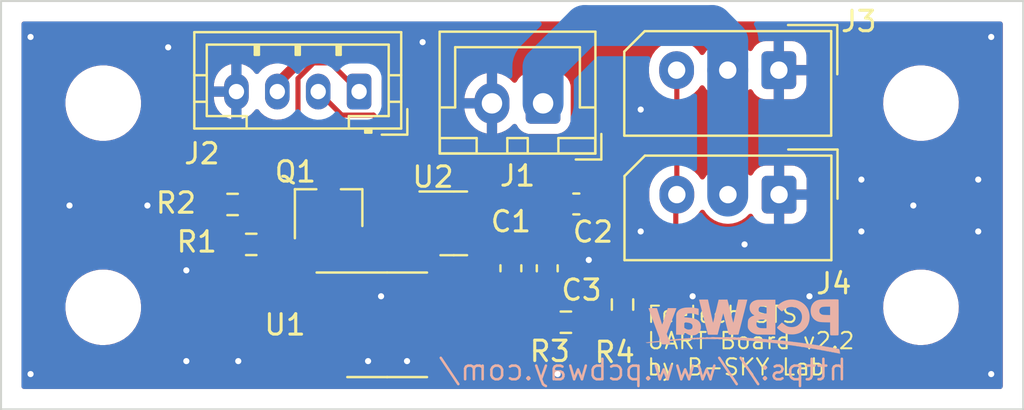
<source format=kicad_pcb>
(kicad_pcb (version 20221018) (generator pcbnew)
  (layers (0 "F.Cu" signal) (31 "B.Cu" signal) (34 "B.Paste" user) (35 "F.Paste" user) (36 "B.SilkS" user "B.Silkscreen") (37 "F.SilkS" user "F.Silkscreen") (38 "B.Mask" user) (39 "F.Mask" user) (44 "Edge.Cuts" user))
  (net 0 "")
  (net 1 "+3.3V")
  (net 2 "GND")
  (net 3 "/BAT")
  (net 4 "/signal")
  (net 5 "/STS_TX")
  (net 6 "/STS_RX")
  (net 7 "Net-(Q1-B)")
  (net 8 "Net-(U1-B)")
  (net 9 "+5V")
  (net 10 "Net-(Q1-C)")
  (footprint "Connector_JST:JST_XH_B2B-XH-A_1x02_P2.50mm_Vertical" (layer "F.Cu") (at 156.5148 115.0112 180)
    (fp_text reference "J1" (at 1.25 -3.55 180) (layer "F.SilkS"))
    (fp_text value "B2B-XH-A(LF)(SN)" hide)
    (pad "1" thru_hole roundrect (at 0 0 180) (size 1.7 2) (drill 1) (layers "*.Cu" "*.Mask") (roundrect_rratio 0.1470588235) (net 3 "/BAT"))
    (pad "2" thru_hole oval (at 2.5 0 180) (size 1.7 2) (drill 1) (layers "*.Cu" "*.Mask") (net 2 "GND"))
  )
  (footprint "MountingHole:MountingHole_3.2mm_M3" (layer "F.Cu") (at 175 115)
    (fp_text reference "MH3" hide)
    (fp_text value "MountingHole_3.2mm_M3" hide)
    (pad "" np_thru_hole circle (at 0 0) (size 3.2 3.2) (drill 3.2) (layers "*.Cu" "*.Mask"))
  )
  (footprint "Package_TO_SOT_SMD:SC-59_Handsoldering" (layer "F.Cu") (at 146.0246 120.1674 90)
    (fp_text reference "Q1" (at 1.8034 -1.6256) (layer "F.SilkS"))
    (fp_text value "2SA1162GR" hide)
    (pad "1" smd rect (at -1.65 -0.95 90) (size 1.8 0.8) (layers "F.Cu" "F.Paste" "F.Mask") (net 7 "Net-(Q1-B)"))
    (pad "2" smd rect (at -1.65 0.95 90) (size 1.8 0.8) (layers "F.Cu" "F.Paste" "F.Mask") (net 1 "+3.3V"))
    (pad "3" smd rect (at 1.65 0 90) (size 1.8 0.8) (layers "F.Cu" "F.Paste" "F.Mask") (net 10 "Net-(Q1-C)"))
  )
  (footprint "Resistor_SMD:R_0603_1608Metric_Pad0.98x0.95mm_HandSolder" (layer "F.Cu") (at 157.6305 125.73)
    (fp_text reference "R3" (at -0.7855 1.4224 180) (layer "F.SilkS"))
    (fp_text value "2.2k" hide)
    (pad "1" smd roundrect (at -0.9125 0) (size 0.975 0.95) (layers "F.Cu" "F.Paste" "F.Mask") (net 8 "Net-(U1-B)"))
    (pad "2" smd roundrect (at 0.9125 0) (size 0.975 0.95) (layers "F.Cu" "F.Paste" "F.Mask") (net 1 "+3.3V"))
  )
  (footprint "Connector_Molex:Molex_SPOX_5267-03A_1x03_P2.50mm_Vertical" (layer "F.Cu") (at 168.0572 119.4816 180)
    (fp_text reference "J4" (at -2.6816 -4.3584) (layer "F.SilkS"))
    (fp_text value "22035035" hide)
    (pad "1" thru_hole roundrect (at 0 0 180) (size 1.7 1.85) (drill 0.85) (layers "*.Cu" "*.Mask") (roundrect_rratio 0.1470588235) (net 2 "GND"))
    (pad "2" thru_hole oval (at 2.5 0 180) (size 1.7 1.85) (drill 0.85) (layers "*.Cu" "*.Mask") (net 3 "/BAT"))
    (pad "3" thru_hole oval (at 5 0 180) (size 1.7 1.85) (drill 0.85) (layers "*.Cu" "*.Mask") (net 4 "/signal"))
  )
  (footprint "Capacitor_SMD:C_0603_1608Metric_Pad1.08x0.95mm_HandSolder" (layer "F.Cu") (at 156.718 123.0895 90)
    (fp_text reference "C3" (at -1.0657 1.6764) (layer "F.SilkS"))
    (fp_text value "1u" hide)
    (pad "1" smd roundrect (at -0.8625 0 90) (size 1.075 0.95) (layers "F.Cu" "F.Paste" "F.Mask") (net 1 "+3.3V"))
    (pad "2" smd roundrect (at 0.8625 0 90) (size 1.075 0.95) (layers "F.Cu" "F.Paste" "F.Mask") (net 2 "GND"))
  )
  (footprint "Connector_JST:JST_PH_B4B-PH-K_1x04_P2.00mm_Vertical" (layer "F.Cu") (at 147.5144 114.435 180)
    (fp_text reference "J2" (at 7.6874 -3.04 180) (layer "F.SilkS"))
    (fp_text value "B4B-PH-K-S(LF)(SN)" hide)
    (pad "1" thru_hole roundrect (at 0 0 180) (size 1.2 1.75) (drill 0.75) (layers "*.Cu" "*.Mask") (roundrect_rratio 0.2083333333) (net 5 "/STS_TX"))
    (pad "2" thru_hole oval (at 2 0 180) (size 1.2 1.75) (drill 0.75) (layers "*.Cu" "*.Mask") (net 6 "/STS_RX"))
    (pad "3" thru_hole oval (at 4 0 180) (size 1.2 1.75) (drill 0.75) (layers "*.Cu" "*.Mask") (net 9 "+5V"))
    (pad "4" thru_hole oval (at 6 0 180) (size 1.2 1.75) (drill 0.75) (layers "*.Cu" "*.Mask") (net 2 "GND"))
  )
  (footprint "Resistor_SMD:R_0603_1608Metric_Pad0.98x0.95mm_HandSolder" (layer "F.Cu") (at 160.401 124.8645 -90)
    (fp_text reference "R4" (at 2.3368 0.381) (layer "F.SilkS"))
    (fp_text value "2.2k" hide)
    (pad "1" smd roundrect (at -0.9125 0 270) (size 0.975 0.95) (layers "F.Cu" "F.Paste" "F.Mask") (net 2 "GND"))
    (pad "2" smd roundrect (at 0.9125 0 270) (size 0.975 0.95) (layers "F.Cu" "F.Paste" "F.Mask") (net 8 "Net-(U1-B)"))
  )
  (footprint "Resistor_SMD:R_0603_1608Metric_Pad0.98x0.95mm_HandSolder" (layer "F.Cu") (at 141.3275 119.9642)
    (fp_text reference "R2" (at -2.7705 -0.0762 180) (layer "F.SilkS"))
    (fp_text value "20k" hide)
    (pad "1" smd roundrect (at -0.9125 0) (size 0.975 0.95) (layers "F.Cu" "F.Paste" "F.Mask") (net 2 "GND"))
    (pad "2" smd roundrect (at 0.9125 0) (size 0.975 0.95) (layers "F.Cu" "F.Paste" "F.Mask") (net 10 "Net-(Q1-C)"))
  )
  (footprint "Package_SO:SOP-8_3.9x4.9mm_P1.27mm" (layer "F.Cu") (at 148.888 125.857)
    (fp_text reference "U1" (at -4.997 0) (layer "F.SilkS"))
    (fp_text value "MAX3485" hide)
    (pad "1" smd roundrect (at -2.625 -1.905) (size 1.65 0.6) (layers "F.Cu" "F.Paste" "F.Mask") (net 6 "/STS_RX"))
    (pad "2" smd roundrect (at -2.625 -0.635) (size 1.65 0.6) (layers "F.Cu" "F.Paste" "F.Mask") (net 10 "Net-(Q1-C)"))
    (pad "3" smd roundrect (at -2.625 0.635) (size 1.65 0.6) (layers "F.Cu" "F.Paste" "F.Mask") (net 10 "Net-(Q1-C)"))
    (pad "4" smd roundrect (at -2.625 1.905) (size 1.65 0.6) (layers "F.Cu" "F.Paste" "F.Mask") (net 5 "/STS_TX"))
    (pad "5" smd roundrect (at 2.625 1.905) (size 1.65 0.6) (layers "F.Cu" "F.Paste" "F.Mask") (net 2 "GND"))
    (pad "6" smd roundrect (at 2.625 0.635) (size 1.65 0.6) (layers "F.Cu" "F.Paste" "F.Mask") (net 4 "/signal"))
    (pad "7" smd roundrect (at 2.625 -0.635) (size 1.65 0.6) (layers "F.Cu" "F.Paste" "F.Mask") (net 8 "Net-(U1-B)"))
    (pad "8" smd roundrect (at 2.625 -1.905) (size 1.65 0.6) (layers "F.Cu" "F.Paste" "F.Mask") (net 1 "+3.3V"))
  )
  (footprint "MountingHole:MountingHole_3.2mm_M3" (layer "F.Cu") (at 135 115)
    (fp_text reference "MH2" hide)
    (fp_text value "MountingHole_3.2mm_M3" hide)
    (pad "" np_thru_hole circle (at 0 0) (size 3.2 3.2) (drill 3.2) (layers "*.Cu" "*.Mask"))
  )
  (footprint "MountingHole:MountingHole_3.2mm_M3" (layer "F.Cu") (at 175 125)
    (fp_text reference "MH4" hide)
    (fp_text value "MountingHole_3.2mm_M3" hide)
    (pad "" np_thru_hole circle (at 0 0) (size 3.2 3.2) (drill 3.2) (layers "*.Cu" "*.Mask"))
  )
  (footprint "Connector_Molex:Molex_SPOX_5267-03A_1x03_P2.50mm_Vertical" (layer "F.Cu") (at 168.0464 113.3856 180)
    (fp_text reference "J3" (at -3.9116 2.3876 180) (layer "F.SilkS"))
    (fp_text value "22035035" hide)
    (pad "1" thru_hole roundrect (at 0 0 180) (size 1.7 1.85) (drill 0.85) (layers "*.Cu" "*.Mask") (roundrect_rratio 0.1470588235) (net 2 "GND"))
    (pad "2" thru_hole oval (at 2.5 0 180) (size 1.7 1.85) (drill 0.85) (layers "*.Cu" "*.Mask") (net 3 "/BAT"))
    (pad "3" thru_hole oval (at 5 0 180) (size 1.7 1.85) (drill 0.85) (layers "*.Cu" "*.Mask") (net 4 "/signal"))
  )
  (footprint "MountingHole:MountingHole_3.2mm_M3" (layer "F.Cu") (at 135 125)
    (fp_text reference "MH1" hide)
    (fp_text value "MountingHole_3.2mm_M3" hide)
    (pad "" np_thru_hole circle (at 0 0) (size 3.2 3.2) (drill 3.2) (layers "*.Cu" "*.Mask"))
  )
  (footprint "Capacitor_SMD:C_0603_1608Metric_Pad1.08x0.95mm_HandSolder" (layer "F.Cu") (at 154.94 123.0895 90)
    (fp_text reference "C1" (at 2.2871 0) (layer "F.SilkS"))
    (fp_text value "0.1u" hide)
    (pad "1" smd roundrect (at -0.8625 0 90) (size 1.075 0.95) (layers "F.Cu" "F.Paste" "F.Mask") (net 1 "+3.3V"))
    (pad "2" smd roundrect (at 0.8625 0 90) (size 1.075 0.95) (layers "F.Cu" "F.Paste" "F.Mask") (net 2 "GND"))
  )
  (footprint "Package_TO_SOT_SMD:SOT-23" (layer "F.Cu") (at 152.146 120.8888)
    (fp_text reference "U2" (at -1.016 -2.2708) (layer "F.SilkS"))
    (fp_text value "AP7333-33SAG" hide)
    (pad "1" smd roundrect (at -0.9375 -0.95) (size 1.475 0.6) (layers "F.Cu" "F.Paste" "F.Mask") (net 9 "+5V"))
    (pad "2" smd roundrect (at -0.9375 0.95) (size 1.475 0.6) (layers "F.Cu" "F.Paste" "F.Mask") (net 1 "+3.3V"))
    (pad "3" smd roundrect (at 0.9375 0) (size 1.475 0.6) (layers "F.Cu" "F.Paste" "F.Mask") (net 2 "GND"))
  )
  (footprint "Capacitor_SMD:C_0603_1608Metric_Pad1.08x0.95mm_HandSolder" (layer "F.Cu") (at 158.1404 119.9388)
    (fp_text reference "C2" (at 0.8128 1.3716) (layer "F.SilkS"))
    (fp_text value "1u" hide)
    (pad "1" smd roundrect (at -0.8625 0) (size 1.075 0.95) (layers "F.Cu" "F.Paste" "F.Mask") (net 9 "+5V"))
    (pad "2" smd roundrect (at 0.8625 0) (size 1.075 0.95) (layers "F.Cu" "F.Paste" "F.Mask") (net 2 "GND"))
  )
  (footprint "Resistor_SMD:R_0603_1608Metric_Pad0.98x0.95mm_HandSolder" (layer "F.Cu") (at 142.24 121.92)
    (fp_text reference "R1" (at -2.667 -0.127 180) (layer "F.SilkS"))
    (fp_text value "7.5k" hide)
    (pad "1" smd roundrect (at -0.9125 0) (size 0.975 0.95) (layers "F.Cu" "F.Paste" "F.Mask") (net 5 "/STS_TX"))
    (pad "2" smd roundrect (at 0.9125 0) (size 0.975 0.95) (layers "F.Cu" "F.Paste" "F.Mask") (net 7 "Net-(Q1-B)"))
  )
  (footprint "LOGO" (layer "B.Cu") (at 166.37 125.857 180)
    (fp_text reference "G***" hide)
    (fp_text value "LOGO" hide)
  )
  (gr_rect (start 130 110) (end 180 130) (stroke (width 0.1)) (fill none) (layer "Edge.Cuts"))
  (gr_text "https://www.pcbway.com/" (at 171.45 128.651) (layer "B.SilkS") (effects (font (size 1 1) (thickness 0.125)) (justify left bottom mirror)))
  (gr_text "Feetech STS\nUART Board v2.2\nby B-SKY Lab" (at 161.544 128.397) (layer "F.SilkS") (effects (font (size 0.8 0.8) (thickness 0.1)) (justify left bottom)))
  (segment (start 146.996 121.8388) (end 146.9746 121.8174) (width 0.5) (layer "F.Cu") (net 1))
  (segment (start 151.2085 121.8388) (end 146.996 121.8388) (width 0.5) (layer "F.Cu") (net 1))
  (segment (start 156.765 123.952) (end 158.543 125.73) (width 0.5) (layer "F.Cu") (net 1))
  (segment (start 156.718 123.952) (end 151.513 123.952) (width 0.5) (layer "F.Cu") (net 1))
  (segment (start 151.513 123.952) (end 151.513 122.1433) (width 0.5) (layer "F.Cu") (net 1))
  (via (at 161.29 115.316) (size 0.605) (drill 0.3) (layers "F.Cu" "B.Cu") (net 2))
  (via (at 169.545 124.46) (size 0.605) (drill 0.3) (layers "F.Cu" "B.Cu") (net 2))
  (via (at 150.622 112.014) (size 0.605) (drill 0.3) (layers "F.Cu" "B.Cu") (net 2))
  (via (at 166.37 121.92) (size 0.605) (drill 0.3) (layers "F.Cu" "B.Cu") (net 2))
  (via (at 148.59 124.46) (size 0.605) (drill 0.3) (layers "F.Cu" "B.Cu") (net 2))
  (via (at 158.75 122.682) (size 0.605) (drill 0.3) (layers "F.Cu" "B.Cu") (net 2))
  (via (at 161.29 121.285) (size 0.605) (drill 0.3) (layers "F.Cu" "B.Cu") (net 2))
  (via (at 149.86 127.635) (size 0.605) (drill 0.3) (layers "F.Cu" "B.Cu") (net 2))
  (via (at 139.065 127.635) (size 0.605) (drill 0.3) (layers "F.Cu" "B.Cu") (net 2))
  (via (at 172.085 118.745) (size 0.605) (drill 0.3) (layers "F.Cu" "B.Cu") (net 2))
  (via (at 178.435 111.76) (size 0.605) (drill 0.3) (layers "F.Cu" "B.Cu") (net 2))
  (via (at 174.625 120.015) (size 0.605) (drill 0.3) (layers "F.Cu" "B.Cu") (net 2))
  (via (at 172.085 121.285) (size 0.605) (drill 0.3) (layers "F.Cu" "B.Cu") (net 2))
  (via (at 138.176 112.268) (size 0.605) (drill 0.3) (layers "F.Cu" "B.Cu") (net 2))
  (via (at 163.83 124.46) (size 0.605) (drill 0.3) (layers "F.Cu" "B.Cu") (net 2))
  (via (at 177.8 121.285) (size 0.605) (drill 0.3) (layers "F.Cu" "B.Cu") (net 2))
  (via (at 137.16 120.015) (size 0.605) (drill 0.3) (layers "F.Cu" "B.Cu") (net 2))
  (via (at 177.8 118.745) (size 0.605) (drill 0.3) (layers "F.Cu" "B.Cu") (net 2))
  (via (at 178.435 128.27) (size 0.605) (drill 0.3) (layers "F.Cu" "B.Cu") (net 2))
  (via (at 131.445 128.27) (size 0.605) (drill 0.3) (layers "F.Cu" "B.Cu") (net 2))
  (via (at 133.35 120.015) (size 0.605) (drill 0.3) (layers "F.Cu" "B.Cu") (net 2))
  (via (at 141.605 127.635) (size 0.605) (drill 0.3) (layers "F.Cu" "B.Cu") (net 2))
  (via (at 139.065 123.19) (size 0.605) (drill 0.3) (layers "F.Cu" "B.Cu") (net 2))
  (via (at 157.226 128.27) (size 0.605) (drill 0.3) (layers "F.Cu" "B.Cu") (net 2))
  (via (at 131.445 111.76) (size 0.605) (drill 0.3) (layers "F.Cu" "B.Cu") (net 2))
  (via (at 147.955 127.635) (size 0.605) (drill 0.3) (layers "F.Cu" "B.Cu") (net 2))
  (segment (start 156.5148 113.2332) (end 158.5468 111.2012) (width 2) (layer "B.Cu") (net 3))
  (segment (start 165.5464 113.3856) (end 165.5464 119.5536) (width 2) (layer "B.Cu") (net 3))
  (segment (start 164.7952 111.2012) (end 165.5464 111.9524) (width 2) (layer "B.Cu") (net 3))
  (segment (start 165.5464 111.9524) (end 165.5464 113.3856) (width 2) (layer "B.Cu") (net 3))
  (segment (start 158.5468 111.2012) (end 164.7952 111.2012) (width 2) (layer "B.Cu") (net 3))
  (segment (start 156.5148 115.0112) (end 156.5148 113.2332) (width 2) (layer "B.Cu") (net 3))
  (segment (start 163.0064 124.897179) (end 163.0064 119.5936) (width 0.25) (layer "F.Cu") (net 4))
  (segment (start 163.0464 119.5536) (end 163.0064 119.5936) (width 0.25) (layer "F.Cu") (net 4))
  (segment (start 163.0572 113.3964) (end 163.0464 113.3856) (width 0.25) (layer "F.Cu") (net 4))
  (segment (start 152.8808 126.8848) (end 161.018779 126.8848) (width 0.25) (layer "F.Cu") (net 4))
  (segment (start 161.018779 126.8848) (end 163.0064 124.897179) (width 0.25) (layer "F.Cu") (net 4))
  (segment (start 151.513 126.492) (end 152.488 126.492) (width 0.25) (layer "F.Cu") (net 4))
  (segment (start 163.0572 119.4816) (end 163.0572 113.3964) (width 0.25) (layer "F.Cu") (net 4))
  (segment (start 152.488 126.492) (end 152.8808 126.8848) (width 0.25) (layer "F.Cu") (net 4))
  (segment (start 141.3275 123.935935) (end 141.3275 121.92) (width 0.25) (layer "F.Cu") (net 5))
  (segment (start 145.288 113.03) (end 146.1094 113.03) (width 0.25) (layer "F.Cu") (net 5))
  (segment (start 141.3275 119.481321) (end 144.526 116.282821) (width 0.25) (layer "F.Cu") (net 5))
  (segment (start 144.526 113.792) (end 145.288 113.03) (width 0.25) (layer "F.Cu") (net 5))
  (segment (start 145.153565 127.762) (end 141.3275 123.935935) (width 0.25) (layer "F.Cu") (net 5))
  (segment (start 146.1094 113.03) (end 147.5144 114.435) (width 0.25) (layer "F.Cu") (net 5))
  (segment (start 141.3275 121.92) (end 141.3275 119.481321) (width 0.25) (layer "F.Cu") (net 5))
  (segment (start 144.526 116.282821) (end 144.526 113.792) (width 0.25) (layer "F.Cu") (net 5))
  (segment (start 145.153565 127.762) (end 146.263 127.762) (width 0.25) (layer "F.Cu") (net 5))
  (segment (start 148.0948 120.015) (end 149.098 119.0118) (width 0.25) (layer "F.Cu") (net 6))
  (segment (start 146.0195 120.7307) (end 146.7352 120.015) (width 0.25) (layer "F.Cu") (net 6))
  (segment (start 146.0195 123.952) (end 146.0195 120.7307) (width 0.25) (layer "F.Cu") (net 6))
  (segment (start 149.098 119.0118) (end 149.098 116.467) (width 0.25) (layer "F.Cu") (net 6))
  (segment (start 146.6668 115.5874) (end 145.5144 114.435) (width 0.25) (layer "F.Cu") (net 6))
  (segment (start 146.7352 120.015) (end 148.0948 120.015) (width 0.25) (layer "F.Cu") (net 6))
  (segment (start 149.098 116.467) (end 148.2184 115.5874) (width 0.25) (layer "F.Cu") (net 6))
  (segment (start 148.2184 115.5874) (end 146.6668 115.5874) (width 0.25) (layer "F.Cu") (net 6))
  (segment (start 144.972 121.92) (end 145.0746 121.8174) (width 0.25) (layer "F.Cu") (net 7))
  (segment (start 143.1525 121.92) (end 144.972 121.92) (width 0.25) (layer "F.Cu") (net 7))
  (segment (start 156.718 125.73) (end 157.4704 126.4824) (width 0.25) (layer "F.Cu") (net 8))
  (segment (start 156.21 125.222) (end 156.718 125.73) (width 0.25) (layer "F.Cu") (net 8))
  (segment (start 151.513 125.222) (end 156.21 125.222) (width 0.25) (layer "F.Cu") (net 8))
  (segment (start 159.66825 126.4824) (end 160.37175 125.7789) (width 0.25) (layer "F.Cu") (net 8))
  (segment (start 157.4704 126.4824) (end 159.66825 126.4824) (width 0.25) (layer "F.Cu") (net 8))
  (segment (start 143.5144 114.435) (end 143.5144 114.0416) (width 0.5) (layer "F.Cu") (net 9))
  (segment (start 151.2085 119.9388) (end 157.2779 119.9388) (width 0.5) (layer "F.Cu") (net 9))
  (segment (start 148.336 112.268) (end 151.2085 115.1405) (width 0.5) (layer "F.Cu") (net 9))
  (segment (start 143.5144 114.0416) (end 145.288 112.268) (width 0.5) (layer "F.Cu") (net 9))
  (segment (start 151.2085 115.1405) (end 151.2085 119.9388) (width 0.5) (layer "F.Cu") (net 9))
  (segment (start 145.288 112.268) (end 148.336 112.268) (width 0.5) (layer "F.Cu") (net 9))
  (segment (start 143.6868 118.5174) (end 146.0246 118.5174) (width 0.25) (layer "F.Cu") (net 10))
  (segment (start 142.24 122.308435) (end 145.153565 125.222) (width 0.25) (layer "F.Cu") (net 10))
  (segment (start 145.153565 125.222) (end 146.263 125.222) (width 0.25) (layer "F.Cu") (net 10))
  (segment (start 142.24 119.9642) (end 142.24 122.308435) (width 0.25) (layer "F.Cu") (net 10))
  (segment (start 142.24 119.9642) (end 143.6868 118.5174) (width 0.25) (layer "F.Cu") (net 10))
  (segment (start 146.263 125.222) (end 146.263 126.492) (width 0.5) (layer "F.Cu") (net 10))
  (zone (net 2) (net_name "GND") (layers "F&B.Cu") (connect_pads (clearance 0.5)) (min_thickness 0.25) (fill yes (thermal_gap 0.5) (thermal_bridge_width 0.5))
    (polygon (pts (xy 131 129) (xy 131 111) (xy 179 111) (xy 179 129)))
  )
)
</source>
